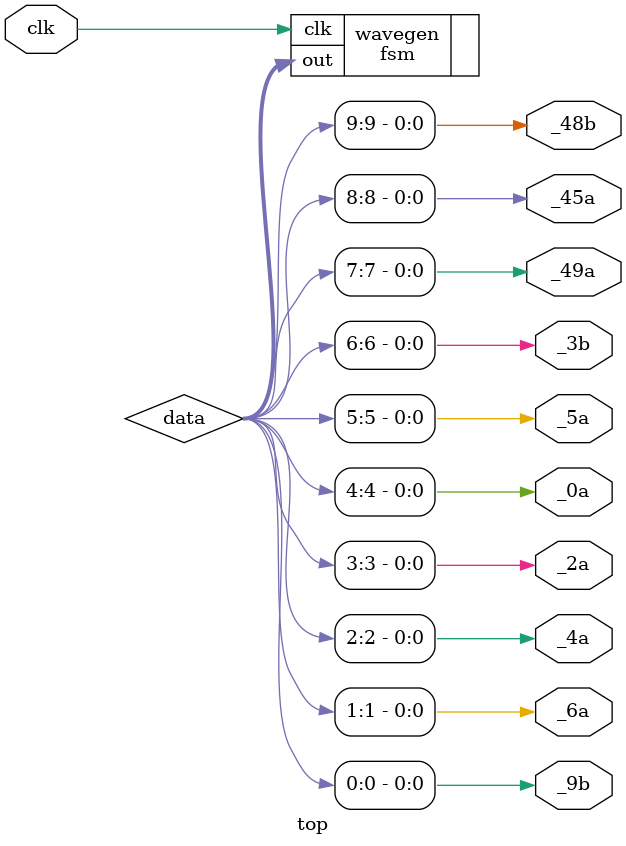
<source format=sv>
`include "fsm.sv"


module top(
    input logic     clk, 
    output logic    _9b,    // D0
    output logic    _6a,    // D1
    output logic    _4a,    // D2
    output logic    _2a,    // D3
    output logic    _0a,    // D4
    output logic    _5a,    // D5
    output logic    _3b,    // D6
    output logic    _49a,   // D7
    output logic    _45a,   // D8
    output logic    _48b    // D9
);

    logic [9:0] data;

    fsm #(
      .MEM_SIZE (128),
      .SINE_PATH("sine.txt")
    )  wavegen (
        .clk(clk),
        .out(data)
    );

    assign {_48b, _45a, _49a, _3b, _5a, _0a, _2a, _4a, _6a, _9b} = data;

endmodule

</source>
